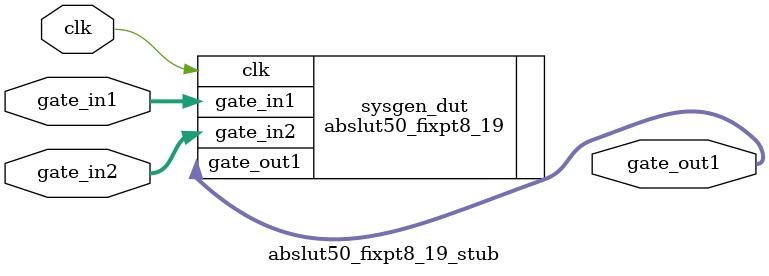
<source format=v>
`timescale 1 ns / 10 ps
module abslut50_fixpt8_19_stub (
  input [13-1:0] gate_in1,
  input [13-1:0] gate_in2,
  input clk,
  output [13-1:0] gate_out1
);
  abslut50_fixpt8_19 sysgen_dut (
    .gate_in1(gate_in1),
    .gate_in2(gate_in2),
    .clk(clk),
    .gate_out1(gate_out1)
  );
endmodule

</source>
